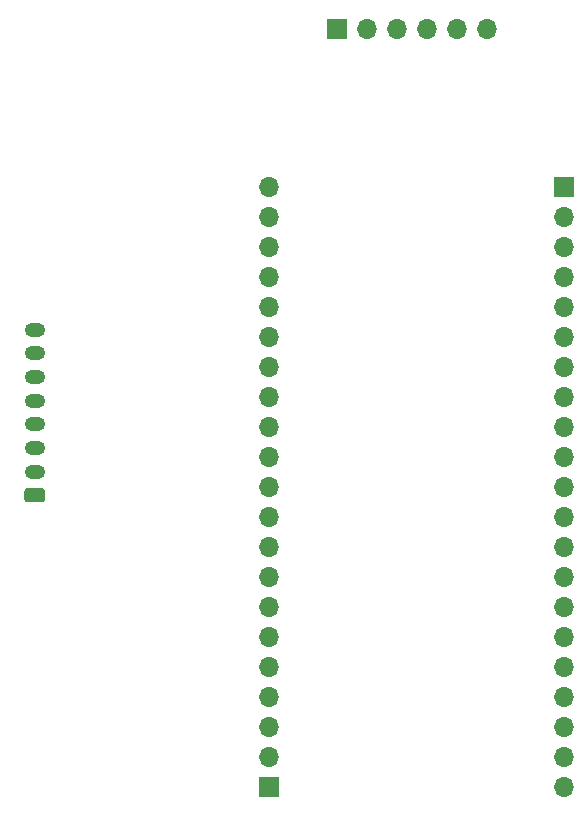
<source format=gbr>
%TF.GenerationSoftware,KiCad,Pcbnew,5.1.10-88a1d61d58~89~ubuntu20.04.1*%
%TF.CreationDate,2021-07-11T19:38:29+02:00*%
%TF.ProjectId,schematic,73636865-6d61-4746-9963-2e6b69636164,rev?*%
%TF.SameCoordinates,PX52dfd20PY755cad8*%
%TF.FileFunction,Copper,L1,Top*%
%TF.FilePolarity,Positive*%
%FSLAX46Y46*%
G04 Gerber Fmt 4.6, Leading zero omitted, Abs format (unit mm)*
G04 Created by KiCad (PCBNEW 5.1.10-88a1d61d58~89~ubuntu20.04.1) date 2021-07-11 19:38:29*
%MOMM*%
%LPD*%
G01*
G04 APERTURE LIST*
%TA.AperFunction,ComponentPad*%
%ADD10O,1.750000X1.200000*%
%TD*%
%TA.AperFunction,ComponentPad*%
%ADD11R,1.700000X1.700000*%
%TD*%
%TA.AperFunction,ComponentPad*%
%ADD12O,1.700000X1.700000*%
%TD*%
G04 APERTURE END LIST*
D10*
%TO.P,J4,8*%
%TO.N,/3v3*%
X3300000Y43063000D03*
%TO.P,J4,7*%
%TO.N,GND*%
X3300000Y41063000D03*
%TO.P,J4,6*%
%TO.N,/MOSI*%
X3300000Y39063000D03*
%TO.P,J4,5*%
%TO.N,/CLK*%
X3300000Y37063000D03*
%TO.P,J4,4*%
%TO.N,/CS*%
X3300000Y35063000D03*
%TO.P,J4,3*%
%TO.N,/DC*%
X3300000Y33063000D03*
%TO.P,J4,2*%
%TO.N,/RST*%
X3300000Y31063000D03*
%TO.P,J4,1*%
%TO.N,/BUSY*%
%TA.AperFunction,ComponentPad*%
G36*
G01*
X3925001Y28463000D02*
X2674999Y28463000D01*
G75*
G02*
X2425000Y28712999I0J249999D01*
G01*
X2425000Y29413001D01*
G75*
G02*
X2674999Y29663000I249999J0D01*
G01*
X3925001Y29663000D01*
G75*
G02*
X4175000Y29413001I0J-249999D01*
G01*
X4175000Y28712999D01*
G75*
G02*
X3925001Y28463000I-249999J0D01*
G01*
G37*
%TD.AperFunction*%
%TD*%
D11*
%TO.P,J1,1*%
%TO.N,GND*%
X48100000Y55118000D03*
D12*
%TO.P,J1,2*%
%TO.N,N/C*%
X48100000Y52578000D03*
%TO.P,J1,3*%
X48100000Y50038000D03*
%TO.P,J1,4*%
X48100000Y47498000D03*
%TO.P,J1,5*%
X48100000Y44958000D03*
%TO.P,J1,6*%
X48100000Y42418000D03*
%TO.P,J1,7*%
X48100000Y39878000D03*
%TO.P,J1,8*%
X48100000Y37338000D03*
%TO.P,J1,9*%
X48100000Y34798000D03*
%TO.P,J1,10*%
X48100000Y32258000D03*
%TO.P,J1,11*%
X48100000Y29718000D03*
%TO.P,J1,12*%
X48100000Y27178000D03*
%TO.P,J1,13*%
X48100000Y24638000D03*
%TO.P,J1,14*%
X48100000Y22098000D03*
%TO.P,J1,15*%
X48100000Y19558000D03*
%TO.P,J1,16*%
X48100000Y17018000D03*
%TO.P,J1,17*%
X48100000Y14478000D03*
%TO.P,J1,18*%
X48100000Y11938000D03*
%TO.P,J1,19*%
X48100000Y9398000D03*
%TO.P,J1,20*%
X48100000Y6858000D03*
%TO.P,J1,21*%
X48100000Y4318000D03*
%TD*%
D11*
%TO.P,J2,1*%
%TO.N,/3v3*%
X28924000Y68547000D03*
D12*
%TO.P,J2,2*%
%TO.N,GND*%
X31464000Y68547000D03*
%TO.P,J2,3*%
%TO.N,/SDO*%
X34004000Y68547000D03*
%TO.P,J2,4*%
%TO.N,/CSB*%
X36544000Y68547000D03*
%TO.P,J2,5*%
%TO.N,/SDA*%
X39084000Y68547000D03*
%TO.P,J2,6*%
%TO.N,/SCL*%
X41624000Y68547000D03*
%TD*%
%TO.P,J3,21*%
%TO.N,/3v3*%
X23100000Y55118000D03*
%TO.P,J3,20*%
%TO.N,N/C*%
X23100000Y52578000D03*
%TO.P,J3,19*%
%TO.N,/SDO*%
X23100000Y50038000D03*
%TO.P,J3,18*%
%TO.N,/CSB*%
X23100000Y47498000D03*
%TO.P,J3,17*%
%TO.N,/SDA*%
X23100000Y44958000D03*
%TO.P,J3,16*%
%TO.N,/SCL*%
X23100000Y42418000D03*
%TO.P,J3,15*%
%TO.N,N/C*%
X23100000Y39878000D03*
%TO.P,J3,14*%
X23100000Y37338000D03*
%TO.P,J3,13*%
X23100000Y34798000D03*
%TO.P,J3,12*%
X23100000Y32258000D03*
%TO.P,J3,11*%
X23100000Y29718000D03*
%TO.P,J3,10*%
X23100000Y27178000D03*
%TO.P,J3,9*%
%TO.N,/MOSI*%
X23100000Y24638000D03*
%TO.P,J3,8*%
%TO.N,/CLK*%
X23100000Y22098000D03*
%TO.P,J3,7*%
%TO.N,/CS*%
X23100000Y19558000D03*
%TO.P,J3,6*%
%TO.N,/DC*%
X23100000Y17018000D03*
%TO.P,J3,5*%
%TO.N,/RST*%
X23100000Y14478000D03*
%TO.P,J3,4*%
%TO.N,/BUSY*%
X23100000Y11938000D03*
%TO.P,J3,3*%
%TO.N,N/C*%
X23100000Y9398000D03*
%TO.P,J3,2*%
X23100000Y6858000D03*
D11*
%TO.P,J3,1*%
%TO.N,GND*%
X23100000Y4318000D03*
%TD*%
M02*

</source>
